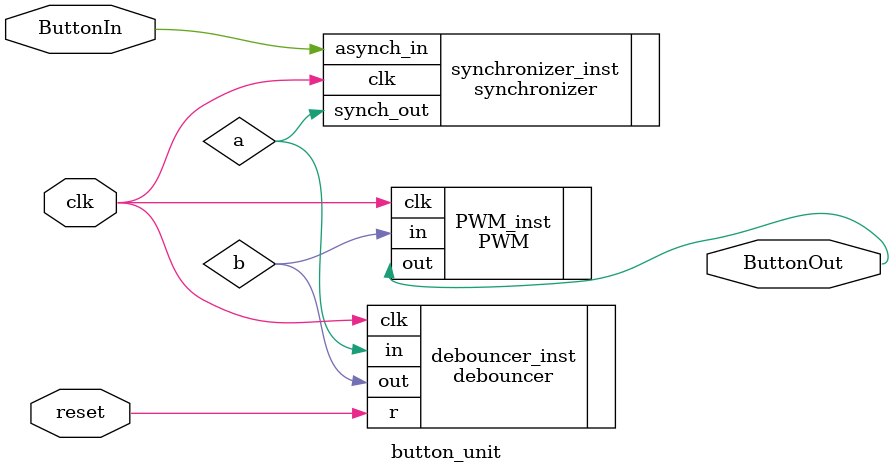
<source format=v>
module button_unit(clk, ButtonIn, reset, ButtonOut);
    parameter sim = 0;
    input clk, ButtonIn, reset;
    output ButtonOut;
    
    wire a;
    synchronizer synchronizer_inst(.asynch_in(ButtonIn), .clk(clk), .synch_out(a));

    wire b;
    debouncer #(.sim(sim))debouncer_inst(.clk(clk), .in(a), .r(reset), .out(b)); 

    PWM PWM_inst(.in(b), .clk(clk), .out(ButtonOut));
endmodule
</source>
